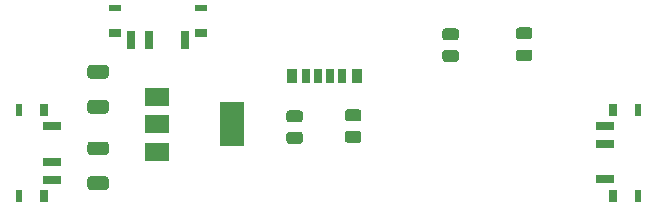
<source format=gbr>
G04 #@! TF.GenerationSoftware,KiCad,Pcbnew,(5.1.9-0-10_14)*
G04 #@! TF.CreationDate,2021-04-08T17:16:22-05:00*
G04 #@! TF.ProjectId,Power Helper,506f7765-7220-4486-956c-7065722e6b69,1*
G04 #@! TF.SameCoordinates,Original*
G04 #@! TF.FileFunction,Paste,Top*
G04 #@! TF.FilePolarity,Positive*
%FSLAX46Y46*%
G04 Gerber Fmt 4.6, Leading zero omitted, Abs format (unit mm)*
G04 Created by KiCad (PCBNEW (5.1.9-0-10_14)) date 2021-04-08 17:16:22*
%MOMM*%
%LPD*%
G01*
G04 APERTURE LIST*
%ADD10R,0.900000X1.150000*%
%ADD11R,0.800000X1.150000*%
%ADD12R,0.700000X1.150000*%
%ADD13R,0.698500X1.498600*%
%ADD14R,0.998220X0.599440*%
%ADD15R,0.998220X0.797560*%
%ADD16R,1.498600X0.698500*%
%ADD17R,0.599440X0.998220*%
%ADD18R,0.797560X0.998220*%
%ADD19R,2.000000X3.800000*%
%ADD20R,2.000000X1.500000*%
G04 APERTURE END LIST*
G36*
G01*
X122920999Y-97469000D02*
X124221001Y-97469000D01*
G75*
G02*
X124471000Y-97718999I0J-249999D01*
G01*
X124471000Y-98369001D01*
G75*
G02*
X124221001Y-98619000I-249999J0D01*
G01*
X122920999Y-98619000D01*
G75*
G02*
X122671000Y-98369001I0J249999D01*
G01*
X122671000Y-97718999D01*
G75*
G02*
X122920999Y-97469000I249999J0D01*
G01*
G37*
G36*
G01*
X122920999Y-100419000D02*
X124221001Y-100419000D01*
G75*
G02*
X124471000Y-100668999I0J-249999D01*
G01*
X124471000Y-101319001D01*
G75*
G02*
X124221001Y-101569000I-249999J0D01*
G01*
X122920999Y-101569000D01*
G75*
G02*
X122671000Y-101319001I0J249999D01*
G01*
X122671000Y-100668999D01*
G75*
G02*
X122920999Y-100419000I249999J0D01*
G01*
G37*
G36*
G01*
X124221001Y-92142000D02*
X122920999Y-92142000D01*
G75*
G02*
X122671000Y-91892001I0J249999D01*
G01*
X122671000Y-91241999D01*
G75*
G02*
X122920999Y-90992000I249999J0D01*
G01*
X124221001Y-90992000D01*
G75*
G02*
X124471000Y-91241999I0J-249999D01*
G01*
X124471000Y-91892001D01*
G75*
G02*
X124221001Y-92142000I-249999J0D01*
G01*
G37*
G36*
G01*
X124221001Y-95092000D02*
X122920999Y-95092000D01*
G75*
G02*
X122671000Y-94842001I0J249999D01*
G01*
X122671000Y-94191999D01*
G75*
G02*
X122920999Y-93942000I249999J0D01*
G01*
X124221001Y-93942000D01*
G75*
G02*
X124471000Y-94191999I0J-249999D01*
G01*
X124471000Y-94842001D01*
G75*
G02*
X124221001Y-95092000I-249999J0D01*
G01*
G37*
G36*
G01*
X159182750Y-87807500D02*
X160095250Y-87807500D01*
G75*
G02*
X160339000Y-88051250I0J-243750D01*
G01*
X160339000Y-88538750D01*
G75*
G02*
X160095250Y-88782500I-243750J0D01*
G01*
X159182750Y-88782500D01*
G75*
G02*
X158939000Y-88538750I0J243750D01*
G01*
X158939000Y-88051250D01*
G75*
G02*
X159182750Y-87807500I243750J0D01*
G01*
G37*
G36*
G01*
X159182750Y-89682500D02*
X160095250Y-89682500D01*
G75*
G02*
X160339000Y-89926250I0J-243750D01*
G01*
X160339000Y-90413750D01*
G75*
G02*
X160095250Y-90657500I-243750J0D01*
G01*
X159182750Y-90657500D01*
G75*
G02*
X158939000Y-90413750I0J243750D01*
G01*
X158939000Y-89926250D01*
G75*
G02*
X159182750Y-89682500I243750J0D01*
G01*
G37*
D10*
X139954000Y-91948000D03*
X145454000Y-91948000D03*
D11*
X141184000Y-91948000D03*
X144224000Y-91948000D03*
D12*
X143204000Y-91948000D03*
X142204000Y-91948000D03*
G36*
G01*
X139757999Y-94817500D02*
X140658001Y-94817500D01*
G75*
G02*
X140908000Y-95067499I0J-249999D01*
G01*
X140908000Y-95592501D01*
G75*
G02*
X140658001Y-95842500I-249999J0D01*
G01*
X139757999Y-95842500D01*
G75*
G02*
X139508000Y-95592501I0J249999D01*
G01*
X139508000Y-95067499D01*
G75*
G02*
X139757999Y-94817500I249999J0D01*
G01*
G37*
G36*
G01*
X139757999Y-96642500D02*
X140658001Y-96642500D01*
G75*
G02*
X140908000Y-96892499I0J-249999D01*
G01*
X140908000Y-97417501D01*
G75*
G02*
X140658001Y-97667500I-249999J0D01*
G01*
X139757999Y-97667500D01*
G75*
G02*
X139508000Y-97417501I0J249999D01*
G01*
X139508000Y-96892499D01*
G75*
G02*
X139757999Y-96642500I249999J0D01*
G01*
G37*
G36*
G01*
X144710999Y-96562500D02*
X145611001Y-96562500D01*
G75*
G02*
X145861000Y-96812499I0J-249999D01*
G01*
X145861000Y-97337501D01*
G75*
G02*
X145611001Y-97587500I-249999J0D01*
G01*
X144710999Y-97587500D01*
G75*
G02*
X144461000Y-97337501I0J249999D01*
G01*
X144461000Y-96812499D01*
G75*
G02*
X144710999Y-96562500I249999J0D01*
G01*
G37*
G36*
G01*
X144710999Y-94737500D02*
X145611001Y-94737500D01*
G75*
G02*
X145861000Y-94987499I0J-249999D01*
G01*
X145861000Y-95512501D01*
G75*
G02*
X145611001Y-95762500I-249999J0D01*
G01*
X144710999Y-95762500D01*
G75*
G02*
X144461000Y-95512501I0J249999D01*
G01*
X144461000Y-94987499D01*
G75*
G02*
X144710999Y-94737500I249999J0D01*
G01*
G37*
G36*
G01*
X153866001Y-90729500D02*
X152965999Y-90729500D01*
G75*
G02*
X152716000Y-90479501I0J249999D01*
G01*
X152716000Y-89954499D01*
G75*
G02*
X152965999Y-89704500I249999J0D01*
G01*
X153866001Y-89704500D01*
G75*
G02*
X154116000Y-89954499I0J-249999D01*
G01*
X154116000Y-90479501D01*
G75*
G02*
X153866001Y-90729500I-249999J0D01*
G01*
G37*
G36*
G01*
X153866001Y-88904500D02*
X152965999Y-88904500D01*
G75*
G02*
X152716000Y-88654501I0J249999D01*
G01*
X152716000Y-88129499D01*
G75*
G02*
X152965999Y-87879500I249999J0D01*
G01*
X153866001Y-87879500D01*
G75*
G02*
X154116000Y-88129499I0J-249999D01*
G01*
X154116000Y-88654501D01*
G75*
G02*
X153866001Y-88904500I-249999J0D01*
G01*
G37*
D13*
X126390400Y-88900000D03*
X127889000Y-88900000D03*
X130886200Y-88900000D03*
D14*
X124988320Y-86154260D03*
D15*
X124988320Y-88252300D03*
D14*
X132288280Y-86154260D03*
D15*
X132288280Y-88252300D03*
D16*
X119634000Y-100685600D03*
X119634000Y-99187000D03*
X119634000Y-96189800D03*
D17*
X116888260Y-102087680D03*
D18*
X118986300Y-102087680D03*
D17*
X116888260Y-94787720D03*
D18*
X118986300Y-94787720D03*
D16*
X166497000Y-96164400D03*
X166497000Y-97663000D03*
X166497000Y-100660200D03*
D17*
X169242740Y-94762320D03*
D18*
X167144700Y-94762320D03*
D17*
X169242740Y-102062280D03*
D18*
X167144700Y-102062280D03*
D19*
X134874000Y-96012000D03*
D20*
X128574000Y-96012000D03*
X128574000Y-98312000D03*
X128574000Y-93712000D03*
M02*

</source>
